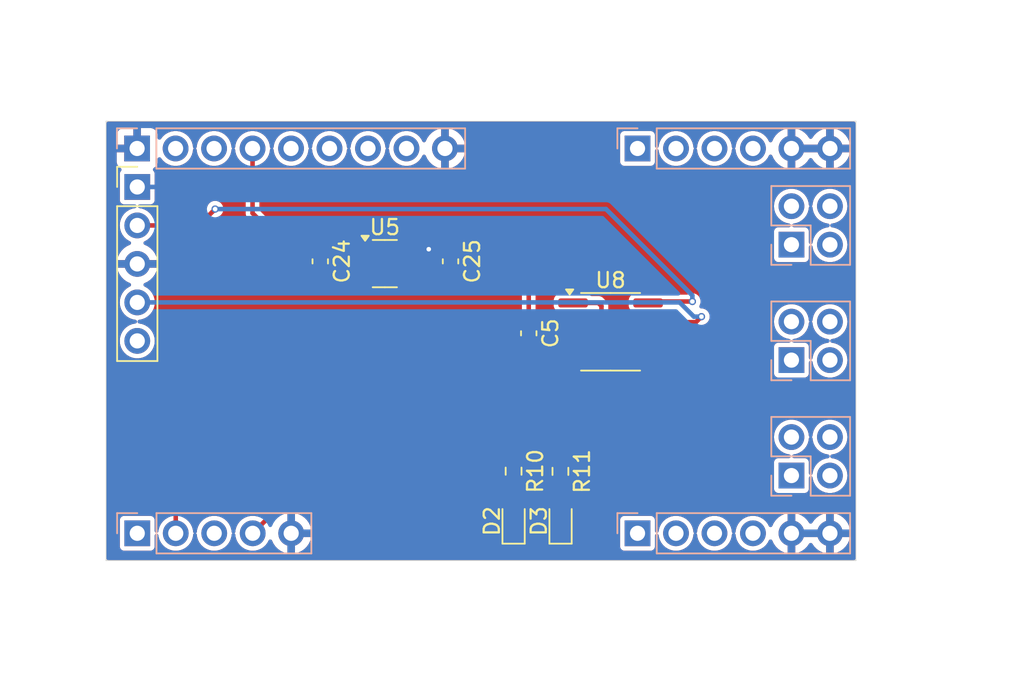
<source format=kicad_pcb>
(kicad_pcb (version 20240108) (generator "pcbnew") (generator_version "8.0")
  (layers (0 "F.Cu" signal) (1 "In1.Cu" signal "GND") (2 "In2.Cu" signal "VM") (31 "B.Cu" signal) (34 "B.Paste" user) (35 "F.Paste" user) (36 "B.SilkS" user "B.Silkscreen") (37 "F.SilkS" user "F.Silkscreen") (38 "B.Mask" user) (39 "F.Mask" user) (44 "Edge.Cuts" user))
  (property "git_version" "WIP")
  (net 0 "")
  (net 1 "Net-(D2-A)")
  (net 2 "GND")
  (net 3 "Net-(D3-A)")
  (net 10 "/SWDIO")
  (net 12 "/SWDCLK")
  (net 13 "/UART_TX")
  (net 15 "/UART_RX")
  (net 17 "+3V3")
  (net 18 "+5V")
  (net 19 "/GPIO2")
  (net 20 "/GPIO1")
  (net 22 "Net-(J6-Pin_1)")
  (net 23 "/VM")
  (net 24 "Net-(J9-Pin_1)")
  (net 25 "Net-(J10-Pin_1)")
  (footprint "Connector_PinHeader_2.54mm:PinHeader_1x05_P2.54mm_Vertical" (layer "F.Cu") (at 231.06 108.24)
    (property "Reference" "J3" (hide yes))
    (property "Value" "Conn_01x05_Male")
    (fp_line (start -1.33 -1.33) (end 0 -1.33) (stroke (width 0.12)) (layer "F.SilkS"))
    (fp_line (start -1.33 0) (end -1.33 -1.33) (stroke (width 0.12)) (layer "F.SilkS"))
    (fp_line (start -1.33 1.27) (end -1.33 11.49) (stroke (width 0.12)) (layer "F.SilkS"))
    (fp_line (start -1.33 1.27) (end 1.33 1.27) (stroke (width 0.12)) (layer "F.SilkS"))
    (fp_line (start -1.33 11.49) (end 1.33 11.49) (stroke (width 0.12)) (layer "F.SilkS"))
    (fp_line (start 1.33 1.27) (end 1.33 11.49) (stroke (width 0.12)) (layer "F.SilkS"))
    (pad "1" thru_hole rect (at 0 0) (size 1.7 1.7) (drill 1) (layers "*.Cu" "*.Mask") (net 17 "+3V3"))
    (pad "2" thru_hole oval (at 0 2.54) (size 1.7 1.7) (drill 1) (layers "*.Cu" "*.Mask") (net 12 "/SWDCLK"))
    (pad "3" thru_hole oval (at 0 5.08) (size 1.7 1.7) (drill 1) (layers "*.Cu" "*.Mask") (net 2 "GND"))
    (pad "4" thru_hole oval (at 0 7.62) (size 1.7 1.7) (drill 1) (layers "*.Cu" "*.Mask") (net 10 "/SWDIO"))
    (pad "5" thru_hole oval (at 0 10.16) (size 1.7 1.7) (drill 1) (layers "*.Cu" "*.Mask"))
  )
  (footprint "Capacitor_SMD:C_0603_1608Metric" (layer "F.Cu") (at 243.1375 113.15 -90)
    (property "Reference" "C24" (at 0 -1.43 90) (layer "F.SilkS"))
    (property "Value" "4.7uF/16V")
    (fp_line (start -0.140581 0.51) (end 0.140581 0.51) (stroke (width 0.12)) (layer "F.SilkS"))
    (fp_line (start -0.140581 -0.51) (end 0.140581 -0.51) (stroke (width 0.12)) (layer "F.SilkS"))
    (pad "1" smd roundrect (at -0.775 0 270) (size 0.9 0.95) (layers "F.Cu" "F.Paste" "F.Mask") (net 18 "+5V"))
    (pad "2" smd roundrect (at 0.775 0 270) (size 0.9 0.95) (layers "F.Cu" "F.Paste" "F.Mask") (net 2 "GND"))
  )
  (footprint "LED_SMD:LED_0603_1608Metric" (layer "F.Cu") (at 255.9 130.3 90)
    (property "Reference" "D2" (at 0 -1.43 -90) (layer "F.SilkS"))
    (property "Value" "LED GREEN")
    (fp_line (start 0.8 -0.735) (end -1.485 -0.735) (stroke (width 0.12)) (layer "F.SilkS"))
    (fp_line (start -1.485 -0.735) (end -1.485 0.735) (stroke (width 0.12)) (layer "F.SilkS"))
    (fp_line (start -1.485 0.735) (end 0.8 0.735) (stroke (width 0.12)) (layer "F.SilkS"))
    (pad "1" smd roundrect (at -0.787501 0 90) (size 0.875 0.95) (layers "F.Cu" "F.Paste" "F.Mask") (net 2 "GND"))
    (pad "2" smd roundrect (at 0.787501 0 90) (size 0.875 0.95) (layers "F.Cu" "F.Paste" "F.Mask") (net 1 "Net-(D2-A)"))
  )
  (footprint "LED_SMD:LED_0603_1608Metric" (layer "F.Cu") (at 259 130.3 90)
    (property "Reference" "D3" (at 0 -1.43 -90) (layer "F.SilkS"))
    (property "Value" "LED RED")
    (fp_line (start 0.8 -0.735) (end -1.485 -0.735) (stroke (width 0.12)) (layer "F.SilkS"))
    (fp_line (start -1.485 -0.735) (end -1.485 0.735) (stroke (width 0.12)) (layer "F.SilkS"))
    (fp_line (start -1.485 0.735) (end 0.8 0.735) (stroke (width 0.12)) (layer "F.SilkS"))
    (pad "1" smd roundrect (at -0.787501 0 90) (size 0.875 0.95) (layers "F.Cu" "F.Paste" "F.Mask") (net 2 "GND"))
    (pad "2" smd roundrect (at 0.787501 0 90) (size 0.875 0.95) (layers "F.Cu" "F.Paste" "F.Mask") (net 3 "Net-(D3-A)"))
  )
  (footprint "Capacitor_SMD:C_0603_1608Metric" (layer "F.Cu") (at 251.7375 113.15 -90)
    (property "Reference" "C25" (at 0 -1.43 90) (layer "F.SilkS"))
    (property "Value" "4.7uF/16V")
    (fp_line (start -0.140581 0.51) (end 0.140581 0.51) (stroke (width 0.12)) (layer "F.SilkS"))
    (fp_line (start -0.140581 -0.51) (end 0.140581 -0.51) (stroke (width 0.12)) (layer "F.SilkS"))
    (pad "1" smd roundrect (at -0.775 0 270) (size 0.9 0.95) (layers "F.Cu" "F.Paste" "F.Mask") (net 17 "+3V3"))
    (pad "2" smd roundrect (at 0.775 0 270) (size 0.9 0.95) (layers "F.Cu" "F.Paste" "F.Mask") (net 2 "GND"))
  )
  (footprint "Resistor_SMD:R_0603_1608Metric" (layer "F.Cu") (at 255.9 127 -90)
    (property "Reference" "R10" (at 0 -1.43 90) (layer "F.SilkS"))
    (property "Value" "1k")
    (fp_line (start -0.237258 0.5225) (end 0.237258 0.5225) (stroke (width 0.12)) (layer "F.SilkS"))
    (fp_line (start -0.237258 -0.5225) (end 0.237258 -0.5225) (stroke (width 0.12)) (layer "F.SilkS"))
    (pad "1" smd roundrect (at -0.825 0 270) (size 0.8 0.95) (layers "F.Cu" "F.Paste" "F.Mask") (net 19 "/GPIO2"))
    (pad "2" smd roundrect (at 0.825 0 270) (size 0.8 0.95) (layers "F.Cu" "F.Paste" "F.Mask") (net 1 "Net-(D2-A)"))
  )
  (footprint "Package_SO:SOIC-8_3.9x4.9mm_P1.27mm" (layer "F.Cu") (at 262.3 117.8)
    (property "Reference" "U8" (at 0 -3.4 0) (layer "F.SilkS"))
    (property "Value" "STM32C011J6Mx")
    (fp_line (start 0 -2.56) (end -1.95 -2.56) (stroke (width 0.12)) (layer "F.SilkS"))
    (fp_line (start 0 -2.56) (end 1.95 -2.56) (stroke (width 0.12)) (layer "F.SilkS"))
    (fp_line (start 0 2.56) (end -1.95 2.56) (stroke (width 0.12)) (layer "F.SilkS"))
    (fp_line (start 0 2.56) (end 1.95 2.56) (stroke (width 0.12)) (layer "F.SilkS"))
    (fp_poly (pts (xy -2.7 -2.465) (xy -2.94 -2.795) (xy -2.46 -2.795) (xy -2.7 -2.465)) (stroke (width 0.12)) (fill solid) (layer "F.SilkS"))
    (pad "1" smd roundrect (at -2.475 -1.905) (size 1.95 0.6) (layers "F.Cu" "F.Paste" "F.Mask") (net 15 "/UART_RX"))
    (pad "2" smd roundrect (at -2.475 -0.635) (size 1.95 0.6) (layers "F.Cu" "F.Paste" "F.Mask") (net 17 "+3V3"))
    (pad "3" smd roundrect (at -2.475 0.635) (size 1.95 0.6) (layers "F.Cu" "F.Paste" "F.Mask") (net 2 "GND"))
    (pad "4" smd roundrect (at -2.475 1.905) (size 1.95 0.6) (layers "F.Cu" "F.Paste" "F.Mask") (net 13 "/UART_TX"))
    (pad "5" smd roundrect (at 2.475 1.905) (size 1.95 0.6) (layers "F.Cu" "F.Paste" "F.Mask") (net 20 "/GPIO1"))
    (pad "6" smd roundrect (at 2.475 0.635) (size 1.95 0.6) (layers "F.Cu" "F.Paste" "F.Mask") (net 19 "/GPIO2"))
    (pad "7" smd roundrect (at 2.475 -0.635) (size 1.95 0.6) (layers "F.Cu" "F.Paste" "F.Mask") (net 10 "/SWDIO"))
    (pad "8" smd roundrect (at 2.475 -1.905) (size 1.95 0.6) (layers "F.Cu" "F.Paste" "F.Mask") (net 12 "/SWDCLK"))
  )
  (footprint "Package_TO_SOT_SMD:SOT-23-5" (layer "F.Cu") (at 247.4 113.3)
    (property "Reference" "U5" (at 0 -2.4 0) (layer "F.SilkS"))
    (property "Value" "XC6220B331MR")
    (fp_line (start 0 -1.56) (end -0.8 -1.56) (stroke (width 0.12)) (layer "F.SilkS"))
    (fp_line (start 0 -1.56) (end 0.8 -1.56) (stroke (width 0.12)) (layer "F.SilkS"))
    (fp_line (start 0 1.56) (end -0.8 1.56) (stroke (width 0.12)) (layer "F.SilkS"))
    (fp_line (start 0 1.56) (end 0.8 1.56) (stroke (width 0.12)) (layer "F.SilkS"))
    (fp_poly (pts (xy -1.3 -1.51) (xy -1.54 -1.84) (xy -1.06 -1.84) (xy -1.3 -1.51)) (stroke (width 0.12)) (fill solid) (layer "F.SilkS"))
    (pad "1" smd roundrect (at -1.1375 -0.95) (size 1.325 0.6) (layers "F.Cu" "F.Paste" "F.Mask") (net 18 "+5V"))
    (pad "2" smd roundrect (at -1.1375 0) (size 1.325 0.6) (layers "F.Cu" "F.Paste" "F.Mask") (net 2 "GND"))
    (pad "3" smd roundrect (at -1.1375 0.95) (size 1.325 0.6) (layers "F.Cu" "F.Paste" "F.Mask") (net 18 "+5V"))
    (pad "4" smd roundrect (at 1.1375 0.95) (size 1.325 0.6) (layers "F.Cu" "F.Paste" "F.Mask"))
    (pad "5" smd roundrect (at 1.1375 -0.95) (size 1.325 0.6) (layers "F.Cu" "F.Paste" "F.Mask") (net 17 "+3V3"))
  )
  (footprint "Capacitor_SMD:C_0603_1608Metric" (layer "F.Cu") (at 256.9 117.9 -90)
    (property "Reference" "C5" (at 0 -1.43 90) (layer "F.SilkS"))
    (property "Value" ".1uF")
    (fp_line (start -0.140581 0.51) (end 0.140581 0.51) (stroke (width 0.12)) (layer "F.SilkS"))
    (fp_line (start -0.140581 -0.51) (end 0.140581 -0.51) (stroke (width 0.12)) (layer "F.SilkS"))
    (pad "1" smd roundrect (at -0.775 0 270) (size 0.9 0.95) (layers "F.Cu" "F.Paste" "F.Mask") (net 17 "+3V3"))
    (pad "2" smd roundrect (at 0.775 0 270) (size 0.9 0.95) (layers "F.Cu" "F.Paste" "F.Mask") (net 2 "GND"))
  )
  (footprint "Resistor_SMD:R_0603_1608Metric" (layer "F.Cu") (at 258.989999 127.0125 -90)
    (property "Reference" "R11" (at 0 -1.43 90) (layer "F.SilkS"))
    (property "Value" "1k")
    (fp_line (start -0.237258 0.5225) (end 0.237258 0.5225) (stroke (width 0.12)) (layer "F.SilkS"))
    (fp_line (start -0.237258 -0.5225) (end 0.237258 -0.5225) (stroke (width 0.12)) (layer "F.SilkS"))
    (pad "1" smd roundrect (at -0.825 0 270) (size 0.8 0.95) (layers "F.Cu" "F.Paste" "F.Mask") (net 20 "/GPIO1"))
    (pad "2" smd roundrect (at 0.825 0 270) (size 0.8 0.95) (layers "F.Cu" "F.Paste" "F.Mask") (net 3 "Net-(D3-A)"))
  )
  (footprint "Connector_PinHeader_2.54mm:PinHeader_1x05_P2.54mm_Vertical" (layer "B.Cu") (at 231.06 131.1 -90)
    (property "Reference" "J4" (hide yes))
    (property "Value" "Conn_01x05_Male")
    (fp_line (start -1.33 1.33) (end 0 1.33) (stroke (width 0.12)) (layer "B.SilkS"))
    (fp_line (start -1.33 0) (end -1.33 1.33) (stroke (width 0.12)) (layer "B.SilkS"))
    (fp_line (start -1.33 -1.27) (end 1.33 -1.27) (stroke (width 0.12)) (layer "B.SilkS"))
    (fp_line (start -1.33 -1.27) (end -1.33 -11.49) (stroke (width 0.12)) (layer "B.SilkS"))
    (fp_line (start 1.33 -1.27) (end 1.33 -11.49) (stroke (width 0.12)) (layer "B.SilkS"))
    (fp_line (start -1.33 -11.49) (end 1.33 -11.49) (stroke (width 0.12)) (layer "B.SilkS"))
    (pad "1" thru_hole rect (at 0 0 270) (size 1.7 1.7) (drill 1) (layers "*.Cu" "*.Mask"))
    (pad "2" thru_hole oval (at 0 -2.54 270) (size 1.7 1.7) (drill 1) (layers "*.Cu" "*.Mask") (net 13 "/UART_TX"))
    (pad "3" thru_hole oval (at 0 -5.08 270) (size 1.7 1.7) (drill 1) (layers "*.Cu" "*.Mask"))
    (pad "4" thru_hole oval (at 0 -7.62 270) (size 1.7 1.7) (drill 1) (layers "*.Cu" "*.Mask") (net 15 "/UART_RX"))
    (pad "5" thru_hole oval (at 0 -10.16 270) (size 1.7 1.7) (drill 1) (layers "*.Cu" "*.Mask") (net 2 "GND"))
  )
  (footprint "Connector_PinHeader_2.54mm:PinHeader_1x06_P2.54mm_Vertical" (layer "B.Cu") (at 264.08 105.7 -90)
    (property "Reference" "J7" (hide yes))
    (property "Value" "Conn_01x06_Male")
    (fp_line (start -1.33 1.33) (end 0 1.33) (stroke (width 0.12)) (layer "B.SilkS"))
    (fp_line (start -1.33 0) (end -1.33 1.33) (stroke (width 0.12)) (layer "B.SilkS"))
    (fp_line (start -1.33 -1.27) (end 1.33 -1.27) (stroke (width 0.12)) (layer "B.SilkS"))
    (fp_line (start -1.33 -1.27) (end -1.33 -14.03) (stroke (width 0.12)) (layer "B.SilkS"))
    (fp_line (start 1.33 -1.27) (end 1.33 -14.03) (stroke (width 0.12)) (layer "B.SilkS"))
    (fp_line (start -1.33 -14.03) (end 1.33 -14.03) (stroke (width 0.12)) (layer "B.SilkS"))
    (pad "1" thru_hole rect (at 0 0 270) (size 1.7 1.7) (drill 1) (layers "*.Cu" "*.Mask") (net 23 "/VM"))
    (pad "2" thru_hole oval (at 0 -2.54 270) (size 1.7 1.7) (drill 1) (layers "*.Cu" "*.Mask") (net 23 "/VM"))
    (pad "3" thru_hole oval (at 0 -5.08 270) (size 1.7 1.7) (drill 1) (layers "*.Cu" "*.Mask") (net 18 "+5V"))
    (pad "4" thru_hole oval (at 0 -7.62 270) (size 1.7 1.7) (drill 1) (layers "*.Cu" "*.Mask") (net 18 "+5V"))
    (pad "5" thru_hole oval (at 0 -10.16 270) (size 1.7 1.7) (drill 1) (layers "*.Cu" "*.Mask") (net 2 "GND"))
    (pad "6" thru_hole oval (at 0 -12.7 270) (size 1.7 1.7) (drill 1) (layers "*.Cu" "*.Mask") (net 2 "GND"))
  )
  (footprint "Connector_PinHeader_2.54mm:PinHeader_1x06_P2.54mm_Vertical" (layer "B.Cu") (at 264.08 131.1 -90)
    (property "Reference" "J8" (hide yes))
    (property "Value" "Conn_01x06_Male")
    (fp_line (start -1.33 1.33) (end 0 1.33) (stroke (width 0.12)) (layer "B.SilkS"))
    (fp_line (start -1.33 0) (end -1.33 1.33) (stroke (width 0.12)) (layer "B.SilkS"))
    (fp_line (start -1.33 -1.27) (end 1.33 -1.27) (stroke (width 0.12)) (layer "B.SilkS"))
    (fp_line (start -1.33 -1.27) (end -1.33 -14.03) (stroke (width 0.12)) (layer "B.SilkS"))
    (fp_line (start 1.33 -1.27) (end 1.33 -14.03) (stroke (width 0.12)) (layer "B.SilkS"))
    (fp_line (start -1.33 -14.03) (end 1.33 -14.03) (stroke (width 0.12)) (layer "B.SilkS"))
    (pad "1" thru_hole rect (at 0 0 270) (size 1.7 1.7) (drill 1) (layers "*.Cu" "*.Mask") (net 23 "/VM"))
    (pad "2" thru_hole oval (at 0 -2.54 270) (size 1.7 1.7) (drill 1) (layers "*.Cu" "*.Mask") (net 23 "/VM"))
    (pad "3" thru_hole oval (at 0 -5.08 270) (size 1.7 1.7) (drill 1) (layers "*.Cu" "*.Mask") (net 18 "+5V"))
    (pad "4" thru_hole oval (at 0 -7.62 270) (size 1.7 1.7) (drill 1) (layers "*.Cu" "*.Mask") (net 18 "+5V"))
    (pad "5" thru_hole oval (at 0 -10.16 270) (size 1.7 1.7) (drill 1) (layers "*.Cu" "*.Mask") (net 2 "GND"))
    (pad "6" thru_hole oval (at 0 -12.7 270) (size 1.7 1.7) (drill 1) (layers "*.Cu" "*.Mask") (net 2 "GND"))
  )
  (footprint "Connector_PinHeader_2.54mm:PinHeader_2x02_P2.54mm_Vertical" (layer "B.Cu") (at 274.24 112.05)
    (property "Reference" "J10" (hide yes))
    (property "Value" "Conn_02x02_Counter_Clockwise")
    (fp_line (start -1.33 -3.87) (end 3.87 -3.87) (stroke (width 0.12)) (layer "B.SilkS"))
    (fp_line (start -1.33 -1.27) (end -1.33 -3.87) (stroke (width 0.12)) (layer "B.SilkS"))
    (fp_line (start -1.33 -1.27) (end 1.27 -1.27) (stroke (width 0.12)) (layer "B.SilkS"))
    (fp_line (start -1.33 0) (end -1.33 1.33) (stroke (width 0.12)) (layer "B.SilkS"))
    (fp_line (start -1.33 1.33) (end 0 1.33) (stroke (width 0.12)) (layer "B.SilkS"))
    (fp_line (start 1.27 -1.27) (end 1.27 1.33) (stroke (width 0.12)) (layer "B.SilkS"))
    (fp_line (start 1.27 1.33) (end 3.87 1.33) (stroke (width 0.12)) (layer "B.SilkS"))
    (fp_line (start 3.87 1.33) (end 3.87 -3.87) (stroke (width 0.12)) (layer "B.SilkS"))
    (pad "1" thru_hole rect (at 0 0) (size 1.7 1.7) (drill 1) (layers "*.Cu" "*.Mask") (net 25 "Net-(J10-Pin_1)"))
    (pad "2" thru_hole oval (at 2.54 0) (size 1.7 1.7) (drill 1) (layers "*.Cu" "*.Mask") (net 25 "Net-(J10-Pin_1)"))
    (pad "3" thru_hole oval (at 0 -2.54) (size 1.7 1.7) (drill 1) (layers "*.Cu" "*.Mask") (net 25 "Net-(J10-Pin_1)"))
    (pad "4" thru_hole oval (at 2.54 -2.54) (size 1.7 1.7) (drill 1) (layers "*.Cu" "*.Mask") (net 25 "Net-(J10-Pin_1)"))
  )
  (footprint "Connector_PinHeader_2.54mm:PinHeader_2x02_P2.54mm_Vertical" (layer "B.Cu") (at 274.24 119.67)
    (property "Reference" "J9" (hide yes))
    (property "Value" "Conn_02x02_Counter_Clockwise")
    (fp_line (start -1.33 -3.87) (end 3.87 -3.87) (stroke (width 0.12)) (layer "B.SilkS"))
    (fp_line (start -1.33 -1.27) (end -1.33 -3.87) (stroke (width 0.12)) (layer "B.SilkS"))
    (fp_line (start -1.33 -1.27) (end 1.27 -1.27) (stroke (width 0.12)) (layer "B.SilkS"))
    (fp_line (start -1.33 0) (end -1.33 1.33) (stroke (width 0.12)) (layer "B.SilkS"))
    (fp_line (start -1.33 1.33) (end 0 1.33) (stroke (width 0.12)) (layer "B.SilkS"))
    (fp_line (start 1.27 -1.27) (end 1.27 1.33) (stroke (width 0.12)) (layer "B.SilkS"))
    (fp_line (start 1.27 1.33) (end 3.87 1.33) (stroke (width 0.12)) (layer "B.SilkS"))
    (fp_line (start 3.87 1.33) (end 3.87 -3.87) (stroke (width 0.12)) (layer "B.SilkS"))
    (pad "1" thru_hole rect (at 0 0) (size 1.7 1.7) (drill 1) (layers "*.Cu" "*.Mask") (net 24 "Net-(J9-Pin_1)"))
    (pad "2" thru_hole oval (at 2.54 0) (size 1.7 1.7) (drill 1) (layers "*.Cu" "*.Mask") (net 24 "Net-(J9-Pin_1)"))
    (pad "3" thru_hole oval (at 0 -2.54) (size 1.7 1.7) (drill 1) (layers "*.Cu" "*.Mask") (net 24 "Net-(J9-Pin_1)"))
    (pad "4" thru_hole oval (at 2.54 -2.54) (size 1.7 1.7) (drill 1) (layers "*.Cu" "*.Mask") (net 24 "Net-(J9-Pin_1)"))
  )
  (footprint "Connector_PinHeader_2.54mm:PinHeader_2x02_P2.54mm_Vertical" (layer "B.Cu") (at 274.24 127.29)
    (property "Reference" "J6" (hide yes))
    (property "Value" "Conn_02x02_Counter_Clockwise")
    (fp_line (start -1.33 -3.87) (end 3.87 -3.87) (stroke (width 0.12)) (layer "B.SilkS"))
    (fp_line (start -1.33 -1.27) (end -1.33 -3.87) (stroke (width 0.12)) (layer "B.SilkS"))
    (fp_line (start -1.33 -1.27) (end 1.27 -1.27) (stroke (width 0.12)) (layer "B.SilkS"))
    (fp_line (start -1.33 0) (end -1.33 1.33) (stroke (width 0.12)) (layer "B.SilkS"))
    (fp_line (start -1.33 1.33) (end 0 1.33) (stroke (width 0.12)) (layer "B.SilkS"))
    (fp_line (start 1.27 -1.27) (end 1.27 1.33) (stroke (width 0.12)) (layer "B.SilkS"))
    (fp_line (start 1.27 1.33) (end 3.87 1.33) (stroke (width 0.12)) (layer "B.SilkS"))
    (fp_line (start 3.87 1.33) (end 3.87 -3.87) (stroke (width 0.12)) (layer "B.SilkS"))
    (pad "1" thru_hole rect (at 0 0) (size 1.7 1.7) (drill 1) (layers "*.Cu" "*.Mask") (net 22 "Net-(J6-Pin_1)"))
    (pad "2" thru_hole oval (at 2.54 0) (size 1.7 1.7) (drill 1) (layers "*.Cu" "*.Mask") (net 22 "Net-(J6-Pin_1)"))
    (pad "3" thru_hole oval (at 0 -2.54) (size 1.7 1.7) (drill 1) (layers "*.Cu" "*.Mask") (net 22 "Net-(J6-Pin_1)"))
    (pad "4" thru_hole oval (at 2.54 -2.54) (size 1.7 1.7) (drill 1) (layers "*.Cu" "*.Mask") (net 22 "Net-(J6-Pin_1)"))
  )
  (footprint "Connector_PinHeader_2.54mm:PinHeader_1x09_P2.54mm_Vertical" (layer "B.Cu") (at 231.05 105.7 -90)
    (property "Reference" "J1" (hide yes))
    (property "Value" "Conn_01x09_Male" (hide yes))
    (fp_line (start -1.33 1.33) (end 0 1.33) (stroke (width 0.12)) (layer "B.SilkS"))
    (fp_line (start -1.33 0) (end -1.33 1.33) (stroke (width 0.12)) (layer "B.SilkS"))
    (fp_line (start -1.33 -1.27) (end 1.33 -1.27) (stroke (width 0.12)) (layer "B.SilkS"))
    (fp_line (start -1.33 -1.27) (end -1.33 -21.65) (stroke (width 0.12)) (layer "B.SilkS"))
    (fp_line (start 1.33 -1.27) (end 1.33 -21.65) (stroke (width 0.12)) (layer "B.SilkS"))
    (fp_line (start -1.33 -21.65) (end 1.33 -21.65) (stroke (width 0.12)) (layer "B.SilkS"))
    (pad "1" thru_hole rect (at 0 0 270) (size 1.7 1.7) (drill 1) (layers "*.Cu" "*.Mask") (net 2 "GND"))
    (pad "2" thru_hole oval (at 0 -2.54 270) (size 1.7 1.7) (drill 1) (layers "*.Cu" "*.Mask"))
    (pad "3" thru_hole oval (at 0 -5.08 270) (size 1.7 1.7) (drill 1) (layers "*.Cu" "*.Mask"))
    (pad "4" thru_hole oval (at 0 -7.62 270) (size 1.7 1.7) (drill 1) (layers "*.Cu" "*.Mask") (net 18 "+5V"))
    (pad "5" thru_hole oval (at 0 -10.16 270) (size 1.7 1.7) (drill 1) (layers "*.Cu" "*.Mask"))
    (pad "6" thru_hole oval (at 0 -12.7 270) (size 1.7 1.7) (drill 1) (layers "*.Cu" "*.Mask"))
    (pad "7" thru_hole oval (at 0 -15.24 270) (size 1.7 1.7) (drill 1) (layers "*.Cu" "*.Mask"))
    (pad "8" thru_hole oval (at 0 -17.78 270) (size 1.7 1.7) (drill 1) (layers "*.Cu" "*.Mask"))
    (pad "9" thru_hole oval (at 0 -20.32 270) (size 1.7 1.7) (drill 1) (layers "*.Cu" "*.Mask") (net 2 "GND"))
  )
  (gr_line (start 229 103.9) (end 278.5 103.9) (stroke (width 0.05)) (layer "Edge.Cuts"))
  (gr_line (start 278.5 103.9) (end 278.5 132.9) (stroke (width 0.05)) (layer "Edge.Cuts"))
  (gr_line (start 229 132.9) (end 229 103.9) (stroke (width 0.05)) (layer "Edge.Cuts"))
  (gr_line (start 278.5 132.9) (end 229 132.9) (stroke (width 0.05)) (layer "Edge.Cuts"))
  (segment (start 255.9 127.825) (end 255.9 129.512499) (width 0.3) (layer "F.Cu") (net 1))
  (segment (start 257.14 118.435) (end 256.9 118.675) (width 0.3) (layer "F.Cu") (net 2))
  (segment (start 259.825 118.435) (end 257.14 118.435) (width 0.3) (layer "F.Cu") (net 2))
  (segment (start 258.989999 129.502498) (end 259 129.512499) (width 0.3) (layer "F.Cu") (net 3))
  (segment (start 258.989999 127.8375) (end 258.989999 129.502498) (width 0.3) (layer "F.Cu") (net 3))
  (segment (start 267.935 117.165) (end 268.3 116.8) (width 0.3) (layer "F.Cu") (net 10))
  (segment (start 264.775 117.165) (end 267.935 117.165) (width 0.3) (layer "F.Cu") (net 10))
  (via (at 268.3 116.8) (size 0.48) (drill 0.3) (layers "F.Cu" "B.Cu") (net 10))
  (segment (start 267.8 116.8) (end 266.86 115.86) (width 0.3) (layer "B.Cu") (net 10))
  (segment (start 266.86 115.86) (end 231.06 115.86) (width 0.3) (layer "B.Cu") (net 10))
  (segment (start 268.3 116.8) (end 267.8 116.8) (width 0.3) (layer "B.Cu") (net 10))
  (segment (start 231.06 110.78) (end 235.12 110.78) (width 0.3) (layer "F.Cu") (net 12))
  (segment (start 264.87 115.8) (end 264.775 115.895) (width 0.3) (layer "F.Cu") (net 12))
  (segment (start 235.12 110.78) (end 236.2 109.7) (width 0.3) (layer "F.Cu") (net 12))
  (segment (start 267.7 115.8) (end 264.87 115.8) (width 0.3) (layer "F.Cu") (net 12))
  (via (at 267.7 115.8) (size 0.48) (drill 0.3) (layers "F.Cu" "B.Cu") (net 12))
  (via (at 236.2 109.7) (size 0.48) (drill 0.3) (layers "F.Cu" "B.Cu") (net 12))
  (segment (start 236.2 109.7) (end 262 109.7) (width 0.3) (layer "B.Cu") (net 12))
  (segment (start 262 109.7) (end 264.8 112.5) (width 0.3) (layer "B.Cu") (net 12))
  (segment (start 267.7 115.4) (end 267.7 115.8) (width 0.3) (layer "B.Cu") (net 12))
  (segment (start 264.8 112.5) (end 267.7 115.4) (width 0.3) (layer "B.Cu") (net 12))
  (segment (start 233.6 128.1) (end 233.6 131.1) (width 0.3) (layer "F.Cu") (net 13))
  (segment (start 241.995 119.705) (end 233.6 128.1) (width 0.3) (layer "F.Cu") (net 13))
  (segment (start 259.825 119.705) (end 241.995 119.705) (width 0.3) (layer "F.Cu") (net 13))
  (segment (start 260.7 121.1) (end 261.7 120.1) (width 0.3) (layer "F.Cu") (net 15))
  (segment (start 261.7 120.1) (end 261.7 116.1) (width 0.3) (layer "F.Cu") (net 15))
  (segment (start 261.495 115.895) (end 259.825 115.895) (width 0.3) (layer "F.Cu") (net 15))
  (segment (start 248.68 121.1) (end 260.7 121.1) (width 0.3) (layer "F.Cu") (net 15))
  (segment (start 261.7 116.1) (end 261.495 115.895) (width 0.3) (layer "F.Cu") (net 15))
  (segment (start 238.68 131.1) (end 248.68 121.1) (width 0.3) (layer "F.Cu") (net 15))
  (segment (start 251.7375 112.375) (end 254.575 112.375) (width 0.3) (layer "F.Cu") (net 17))
  (segment (start 248.5375 112.35) (end 250.3 112.35) (width 0.3) (layer "F.Cu") (net 17))
  (segment (start 256.94 117.165) (end 256.9 117.125) (width 0.3) (layer "F.Cu") (net 17))
  (segment (start 259.825 117.165) (end 256.94 117.165) (width 0.3) (layer "F.Cu") (net 17))
  (segment (start 254.575 112.375) (end 256.9 114.7) (width 0.3) (layer "F.Cu") (net 17))
  (segment (start 256.9 114.7) (end 256.9 117.125) (width 0.3) (layer "F.Cu") (net 17))
  (segment (start 250.3 112.35) (end 251.7125 112.35) (width 0.3) (layer "F.Cu") (net 17))
  (segment (start 251.7125 112.35) (end 251.7375 112.375) (width 0.3) (layer "F.Cu") (net 17))
  (via (at 250.3 112.35) (size 0.48) (drill 0.3) (layers "F.Cu" "B.Cu") (net 17))
  (segment (start 236.75 112.35) (end 250.3 112.35) (width 0.3) (layer "B.Cu") (net 17))
  (segment (start 232.64 108.24) (end 236.75 112.35) (width 0.3) (layer "B.Cu") (net 17))
  (segment (start 231.06 108.24) (end 232.64 108.24) (width 0.3) (layer "B.Cu") (net 17))
  (segment (start 246.2625 112.35) (end 246.05 112.35) (width 0.3) (layer "F.Cu") (net 18))
  (segment (start 238.67 105.7) (end 238.67 109.97) (width 0.3) (layer "F.Cu") (net 18))
  (segment (start 246.05 112.35) (end 246.025 112.375) (width 0.3) (layer "F.Cu") (net 18))
  (segment (start 238.67 109.97) (end 241.075 112.375) (width 0.3) (layer "F.Cu") (net 18))
  (segment (start 246.2625 112.35) (end 247.25 112.35) (width 0.3) (layer "F.Cu") (net 18))
  (segment (start 247.25 112.35) (end 247.4 112.5) (width 0.3) (layer "F.Cu") (net 18))
  (segment (start 247.4 114) (end 247.15 114.25) (width 0.3) (layer "F.Cu") (net 18))
  (segment (start 241.075 112.375) (end 243.1375 112.375) (width 0.3) (layer "F.Cu") (net 18))
  (segment (start 246.025 112.375) (end 243.1375 112.375) (width 0.3) (layer "F.Cu") (net 18))
  (segment (start 247.15 114.25) (end 246.2625 114.25) (width 0.3) (layer "F.Cu") (net 18))
  (segment (start 247.4 112.5) (end 247.4 114) (width 0.3) (layer "F.Cu") (net 18))
  (segment (start 256.325 126.175) (end 255.9 126.175) (width 0.3) (layer "F.Cu") (net 19))
  (segment (start 264.065 118.435) (end 256.325 126.175) (width 0.3) (layer "F.Cu") (net 19))
  (segment (start 264.775 118.435) (end 264.065 118.435) (width 0.3) (layer "F.Cu") (net 19))
  (segment (start 264.775 119.705) (end 258.989999 125.490001) (width 0.3) (layer "F.Cu") (net 20))
  (segment (start 258.989999 125.490001) (end 258.989999 126.1875) (width 0.3) (layer "F.Cu") (net 20))
  (zone (net 2) (net_name "GND") (layers "F&B.Cu") (connect_pads (clearance 0.3)) (min_thickness 0.25) (fill yes (thermal_gap 0.5) (thermal_bridge_width 0.5))
    (polygon (pts (xy 222 99.8) (xy 222 140.4) (xy 289.6 139.3) (xy 288.1 95.9)))
  )
)
</source>
